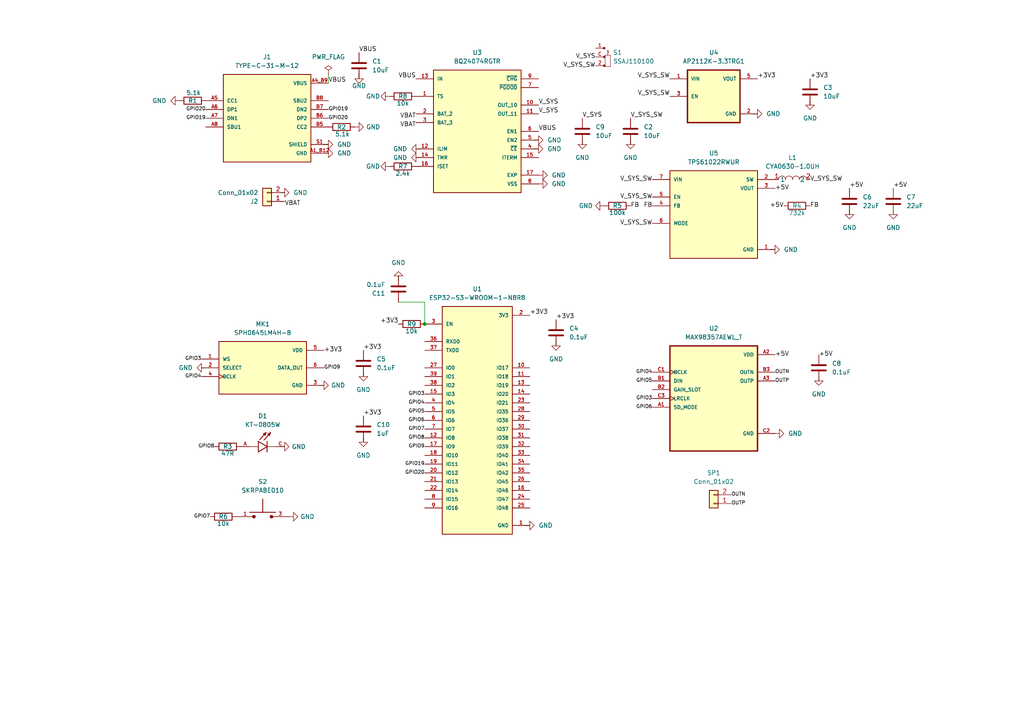
<source format=kicad_sch>
(kicad_sch (version 20250114) (generator "eeschema") (generator_version "9.0")
  (paper "A4")
  (lib_symbols
    (symbol "AP2112K-3.3TRG1:AP2112K-3.3TRG1" (pin_names (offset 1.016))
      (property "Reference" "U" (at -7.663 8.6476 0))
      (property "Value" "AP2112K-3.3TRG1" (at -7.6489 -11.6507 0))
      (symbol "AP2112K-3.3TRG1_0_0"
        (rectangle (start -7.62 -7.62) (end 7.62 7.62) (stroke (width 0.41)) (fill (type background)))
        (pin power_in line (at -12.7 5.08 0) (length 5.08) (name "VIN") (number "1"))
        (pin input line (at -12.7 0 0) (length 5.08) (name "EN") (number "3"))
        (pin power_in line (at 12.7 5.08 180) (length 5.08) (name "VOUT") (number "5"))
        (pin power_in line (at 12.7 -5.08 180) (length 5.08) (name "GND") (number "2"))
      )
    )
    (symbol "BQ24074RGTR:BQ24074RGTR" (pin_names (offset 1.016))
      (property "Reference" "U" (at -12.7 18.78 0))
      (property "Value" "BQ24074RGTR" (at -12.7 -21.78 0))
      (symbol "BQ24074RGTR_0_0"
        (rectangle (start -12.7 -17.78) (end 12.7 17.78) (stroke (width 0.254)) (fill (type background)))
        (pin input line (at -17.78 15.24 0) (length 5.08) (name "IN") (number "13"))
        (pin input line (at -17.78 10.16 0) (length 5.08) (name "TS") (number "1"))
        (pin bidirectional line (at -17.78 5.08 0) (length 5.08) (name "BAT_2") (number "2"))
        (pin bidirectional line (at -17.78 2.54 0) (length 5.08) (name "BAT_3") (number "3"))
        (pin input line (at -17.78 -5.08 0) (length 5.08) (name "ILIM") (number "12"))
        (pin input line (at -17.78 -7.62 0) (length 5.08) (name "TMR") (number "14"))
        (pin bidirectional line (at -17.78 -10.16 0) (length 5.08) (name "ISET") (number "16"))
        (pin output line (at 17.78 15.24 180) (length 5.08) (name "~{CHG}") (number "9"))
        (pin output line (at 17.78 12.7 180) (length 5.08) (name "~{PGOOD}") (number "7"))
        (pin output line (at 17.78 7.62 180) (length 5.08) (name "OUT_10") (number "10"))
        (pin output line (at 17.78 5.08 180) (length 5.08) (name "OUT_11") (number "11"))
        (pin input line (at 17.78 0 180) (length 5.08) (name "EN1") (number "6"))
        (pin input line (at 17.78 -2.54 180) (length 5.08) (name "EN2") (number "5"))
        (pin input line (at 17.78 -5.08 180) (length 5.08) (name "~{CE}") (number "4"))
        (pin input line (at 17.78 -7.62 180) (length 5.08) (name "ITERM") (number "15"))
        (pin power_in line (at 17.78 -12.7 180) (length 5.08) (name "EXP") (number "17"))
        (pin power_in line (at 17.78 -15.24 180) (length 5.08) (name "VSS") (number "8"))
      )
    )
    (symbol "CYA0630-1.0UH:CYA0630-1.0UH"
      (property "Reference" "L" (at 0 5.08 0))
      (property "Value" "CYA0630-1.0UH" (at 0 -5.08 0))
      (symbol "CYA0630-1.0UH_0_1"
        (arc (start -4.06 -0.01) (mid -2.83 0.99) (end -2.03 0.01))
        (arc (start -2.03 -0.01) (mid -0.8 0.99) (end 0 0.01))
        (arc (start 0 -0.01) (mid 1.23 0.99) (end 2.03 0.01))
        (arc (start 2.03 -0.01) (mid 3.26 0.99) (end 4.06 0.01))
        (pin unspecified line (at -5.08 0 0) (length 1.016) (name "1") (number "1"))
        (pin unspecified line (at 5.08 0 180) (length 1.016) (name "2") (number "2"))
      )
    )
    (symbol "Connector_Generic:Conn_01x02" (pin_names (offset 1.016) (hide yes))
      (property "Reference" "J" (at 0 2.54 0))
      (property "Value" "Conn_01x02" (at 0 -5.08 0))
      (symbol "Conn_01x02_1_1"
        (rectangle (start -1.27 1.27) (end 1.27 -3.81) (stroke (width 0.254)) (fill (type background)))
        (rectangle (start -1.27 0.127) (end 0 -0.127) (stroke (width 0.1524)))
        (rectangle (start -1.27 -2.413) (end 0 -2.667) (stroke (width 0.1524)))
        (pin passive line (at -5.08 0 0) (length 3.81) (name "Pin_1") (number "1"))
        (pin passive line (at -5.08 -2.54 0) (length 3.81) (name "Pin_2") (number "2"))
      )
    )
    (symbol "Device:C" (pin_numbers (hide yes)) (pin_names (offset 0.254))
      (property "Reference" "C" (at 0.635 2.54 0))
      (property "Value" "C" (at 0.635 -2.54 0))
      (symbol "C_0_1"
        (polyline (pts (xy -2.032 0.762) (xy 2.032 0.762)) (stroke (width 0.508)))
        (polyline (pts (xy -2.032 -0.762) (xy 2.032 -0.762)) (stroke (width 0.508)))
      )
      (symbol "C_1_1"
        (pin passive line (at 0 3.81 270) (length 2.794) (name "~") (number "1"))
        (pin passive line (at 0 -3.81 90) (length 2.794) (name "~") (number "2"))
      )
    )
    (symbol "Device:R" (pin_numbers (hide yes)) (pin_names (offset 0))
      (property "Reference" "R" (at 2.032 0 90))
      (property "Value" "R" (at 0 0 90))
      (symbol "R_0_1"
        (rectangle (start -1.016 -2.54) (end 1.016 2.54) (stroke (width 0.254)))
      )
      (symbol "R_1_1"
        (pin passive line (at 0 3.81 270) (length 1.27) (name "~") (number "1"))
        (pin passive line (at 0 -3.81 90) (length 1.27) (name "~") (number "2"))
      )
    )
    (symbol "ESP32-S3-WROOM-1-N8R8:ESP32-S3-WROOM-1-N8R8" (pin_names (offset 1.016))
      (property "Reference" "U" (at -10.16 34.1122 0))
      (property "Value" "ESP32-S3-WROOM-1-N8R8" (at -10.16 -35.56 0))
      (symbol "ESP32-S3-WROOM-1-N8R8_0_0"
        (rectangle (start -10.16 -33.02) (end 10.16 33.02) (stroke (width 0.254)) (fill (type background)))
        (pin input line (at -15.24 27.94 0) (length 5.08) (name "EN") (number "3"))
        (pin bidirectional line (at -15.24 22.86 0) (length 5.08) (name "RXD0") (number "36"))
        (pin bidirectional line (at -15.24 20.32 0) (length 5.08) (name "TXD0") (number "37"))
        (pin bidirectional line (at -15.24 15.24 0) (length 5.08) (name "IO0") (number "27"))
        (pin bidirectional line (at -15.24 12.7 0) (length 5.08) (name "IO1") (number "39"))
        (pin bidirectional line (at -15.24 10.16 0) (length 5.08) (name "IO2") (number "38"))
        (pin bidirectional line (at -15.24 7.62 0) (length 5.08) (name "IO3") (number "15"))
        (pin bidirectional line (at -15.24 5.08 0) (length 5.08) (name "IO4") (number "4"))
        (pin bidirectional line (at -15.24 2.54 0) (length 5.08) (name "IO5") (number "5"))
        (pin bidirectional line (at -15.24 0 0) (length 5.08) (name "IO6") (number "6"))
        (pin bidirectional line (at -15.24 -2.54 0) (length 5.08) (name "IO7") (number "7"))
        (pin bidirectional line (at -15.24 -5.08 0) (length 5.08) (name "IO8") (number "12"))
        (pin bidirectional line (at -15.24 -7.62 0) (length 5.08) (name "IO9") (number "17"))
        (pin bidirectional line (at -15.24 -10.16 0) (length 5.08) (name "IO10") (number "18"))
        (pin bidirectional line (at -15.24 -12.7 0) (length 5.08) (name "IO11") (number "19"))
        (pin bidirectional line (at -15.24 -15.24 0) (length 5.08) (name "IO12") (number "20"))
        (pin bidirectional line (at -15.24 -17.78 0) (length 5.08) (name "IO13") (number "21"))
        (pin bidirectional line (at -15.24 -20.32 0) (length 5.08) (name "IO14") (number "22"))
        (pin bidirectional line (at -15.24 -22.86 0) (length 5.08) (name "IO15") (number "8"))
        (pin bidirectional line (at -15.24 -25.4 0) (length 5.08) (name "IO16") (number "9"))
        (pin power_in line (at 15.24 30.48 180) (length 5.08) (name "3V3") (number "2"))
        (pin bidirectional line (at 15.24 15.24 180) (length 5.08) (name "IO17") (number "10"))
        (pin bidirectional line (at 15.24 12.7 180) (length 5.08) (name "IO18") (number "11"))
        (pin bidirectional line (at 15.24 10.16 180) (length 5.08) (name "IO19") (number "13"))
        (pin bidirectional line (at 15.24 7.62 180) (length 5.08) (name "IO20") (number "14"))
        (pin bidirectional line (at 15.24 5.08 180) (length 5.08) (name "IO21") (number "23"))
        (pin bidirectional line (at 15.24 2.54 180) (length 5.08) (name "IO35") (number "28"))
        (pin bidirectional line (at 15.24 0 180) (length 5.08) (name "IO36") (number "29"))
        (pin bidirectional line (at 15.24 -2.54 180) (length 5.08) (name "IO37") (number "30"))
        (pin bidirectional line (at 15.24 -5.08 180) (length 5.08) (name "IO38") (number "31"))
        (pin bidirectional line (at 15.24 -7.62 180) (length 5.08) (name "IO39") (number "32"))
        (pin bidirectional line (at 15.24 -10.16 180) (length 5.08) (name "IO40") (number "33"))
        (pin bidirectional line (at 15.24 -12.7 180) (length 5.08) (name "IO41") (number "34"))
        (pin bidirectional line (at 15.24 -15.24 180) (length 5.08) (name "IO42") (number "35"))
        (pin bidirectional line (at 15.24 -17.78 180) (length 5.08) (name "IO45") (number "26"))
        (pin bidirectional line (at 15.24 -20.32 180) (length 5.08) (name "IO46") (number "16"))
        (pin bidirectional line (at 15.24 -22.86 180) (length 5.08) (name "IO47") (number "24"))
        (pin bidirectional line (at 15.24 -25.4 180) (length 5.08) (name "IO48") (number "25"))
        (pin power_in line (at 15.24 -30.48 180) (length 5.08) (name "GND") (number "1"))
        (pin power_in line (at 15.24 -30.48 180) (length 5.08) (hide yes) (name "GND") (number "40"))
        (pin power_in line (at 15.24 -30.48 180) (length 5.08) (hide yes) (name "GND") (number "41_1"))
        (pin power_in line (at 15.24 -30.48 180) (length 5.08) (hide yes) (name "GND") (number "41_2"))
        (pin power_in line (at 15.24 -30.48 180) (length 5.08) (hide yes) (name "GND") (number "41_3"))
        (pin power_in line (at 15.24 -30.48 180) (length 5.08) (hide yes) (name "GND") (number "41_4"))
        (pin power_in line (at 15.24 -30.48 180) (length 5.08) (hide yes) (name "GND") (number "41_5"))
        (pin power_in line (at 15.24 -30.48 180) (length 5.08) (hide yes) (name "GND") (number "41_6"))
        (pin power_in line (at 15.24 -30.48 180) (length 5.08) (hide yes) (name "GND") (number "41_7"))
        (pin power_in line (at 15.24 -30.48 180) (length 5.08) (hide yes) (name "GND") (number "41_8"))
        (pin power_in line (at 15.24 -30.48 180) (length 5.08) (hide yes) (name "GND") (number "41_9"))
      )
    )
    (symbol "KT-0805W:KT-0805W" (pin_names (offset 1.016))
      (property "Reference" "D" (at -3.556 4.4958 0))
      (property "Value" "KT-0805W" (at -3.556 -3.302 0))
      (symbol "KT-0805W_0_0"
        (polyline (pts (xy -2.54 1.524) (xy -2.54 0)) (stroke (width 0.254)))
        (polyline (pts (xy -2.54 0) (xy -5.08 0)) (stroke (width 0.1524)))
        (polyline (pts (xy -2.54 0) (xy -2.54 -1.524)) (stroke (width 0.254)))
        (polyline (pts (xy -2.54 -1.524) (xy 0 0)) (stroke (width 0.254)))
        (polyline (pts (xy -1.143 3.683) (xy -0.5715 3.175) (xy -0.1905 4.191) (xy -1.143 3.683)) (stroke (width 0.1524)) (fill (type outline)))
        (polyline (pts (xy -0.3556 4.0386) (xy -2.1336 2.0066)) (stroke (width 0.254)))
        (polyline (pts (xy 0 1.524) (xy 0 0)) (stroke (width 0.254)))
        (polyline (pts (xy 0 0) (xy -2.54 1.524)) (stroke (width 0.254)))
        (polyline (pts (xy 0 0) (xy 0 -1.524)) (stroke (width 0.254)))
        (polyline (pts (xy 0.127 3.6195) (xy 0.6985 3.1115) (xy 1.0795 4.191) (xy 0.127 3.6195)) (stroke (width 0.1524)) (fill (type outline)))
        (polyline (pts (xy 0.889 3.937) (xy -0.889 1.905)) (stroke (width 0.254)))
        (polyline (pts (xy 2.54 0) (xy 0 0)) (stroke (width 0.1524)))
        (pin passive line (at -7.62 0 0) (length 2.54) (name "~") (number "A"))
        (pin passive line (at 5.08 0 180) (length 2.54) (name "~") (number "C"))
      )
    )
    (symbol "MAX98357AEWL_T:MAX98357AEWL_T" (pin_names (offset 1.016))
      (property "Reference" "U" (at -12.7 16.24 0))
      (property "Value" "MAX98357AEWL_T" (at -12.7 -19.24 0))
      (symbol "MAX98357AEWL_T_0_0"
        (rectangle (start -12.7 -15.24) (end 12.7 15.24) (stroke (width 0.41)) (fill (type background)))
        (pin input clock (at -17.78 7.62 0) (length 5.08) (name "BCLK") (number "C1"))
        (pin input line (at -17.78 5.08 0) (length 5.08) (name "DIN") (number "B1"))
        (pin input line (at -17.78 2.54 0) (length 5.08) (name "GAIN_SLOT") (number "B2"))
        (pin input clock (at -17.78 0 0) (length 5.08) (name "LRCLK") (number "C3"))
        (pin input line (at -17.78 -2.54 0) (length 5.08) (name "SD_MODE") (number "A1"))
        (pin power_in line (at 17.78 12.7 180) (length 5.08) (name "VDD") (number "A2"))
        (pin output line (at 17.78 7.62 180) (length 5.08) (name "OUTN") (number "B3"))
        (pin output line (at 17.78 5.08 180) (length 5.08) (name "OUTP") (number "A3"))
        (pin power_in line (at 17.78 -10.16 180) (length 5.08) (name "GND") (number "C2"))
      )
    )
    (symbol "SKRPABE010:SKRPABE010" (pin_names (offset 1.016))
      (property "Reference" "S" (at -5.08 6.35 0))
      (property "Value" "SKRPABE010" (at -5.08 -5.08 0))
      (symbol "SKRPABE010_0_0"
        (polyline (pts (xy -3.81 1.27) (xy 0 1.27)) (stroke (width 0.254)))
        (circle (center -2.54 0) (radius 0.254) (stroke (width 0.508)))
        (polyline (pts (xy 0 1.27) (xy 0 5.08)) (stroke (width 0.254)))
        (polyline (pts (xy 0 1.27) (xy 3.81 1.27)) (stroke (width 0.254)))
        (circle (center 2.54 0) (radius 0.254) (stroke (width 0.508)))
        (pin passive line (at -7.62 0 0) (length 5.08) (name "~") (number "1"))
        (pin passive line (at -7.62 0 0) (length 5.08) (hide yes) (name "~") (number "2"))
        (pin passive line (at 7.62 0 180) (length 5.08) (name "~") (number "3"))
        (pin passive line (at 7.62 0 180) (length 5.08) (hide yes) (name "~") (number "4"))
      )
    )
    (symbol "SPH0645LM4H-B:SPH0645LM4H-B" (pin_names (offset 1.016))
      (property "Reference" "MK" (at -12.7399 8.1466 0))
      (property "Value" "SPH0645LM4H-B" (at -12.7473 -10.1926 0))
      (symbol "SPH0645LM4H-B_0_0"
        (rectangle (start -12.7 -7.62) (end 12.7 7.62) (stroke (width 0.254)) (fill (type background)))
        (pin input line (at -17.78 2.54 0) (length 5.08) (name "WS") (number "1"))
        (pin input line (at -17.78 0 0) (length 5.08) (name "SELECT") (number "2"))
        (pin input clock (at -17.78 -2.54 0) (length 5.08) (name "BCLK") (number "4"))
        (pin power_in line (at 17.78 5.08 180) (length 5.08) (name "VDD") (number "5"))
        (pin output line (at 17.78 0 180) (length 5.08) (name "DATA_OUT") (number "6"))
        (pin power_in line (at 17.78 -5.08 180) (length 5.08) (name "GND") (number "3"))
      )
    )
    (symbol "SSAJ110100:SSAJ110100" (pin_names (offset 1.016))
      (property "Reference" "S" (at -2.5432 5.08 0))
      (property "Value" "SSAJ110100" (at -2.5411 -5.7158 0))
      (symbol "SSAJ110100_0_0"
        (circle (center 0 2.54) (radius 0.2) (stroke (width 0.3)))
        (circle (center 0 0) (radius 0.2) (stroke (width 0.3)))
        (circle (center 0 -2.54) (radius 0.2) (stroke (width 0.3)))
        (polyline (pts (xy 0.254 0.508) (xy 0.254 -2.794)) (stroke (width 0.127)))
        (polyline (pts (xy 0.254 0.508) (xy 1.778 0.508)) (stroke (width 0.127)))
        (polyline (pts (xy 1.016 2.032) (xy 1.27 1.27)) (stroke (width 0.127)))
        (polyline (pts (xy 1.016 1.27) (xy 1.016 2.032)) (stroke (width 0.127)))
        (polyline (pts (xy 1.016 0.508) (xy 1.016 1.27)) (stroke (width 0.127)))
        (polyline (pts (xy 1.27 1.27) (xy 1.016 1.27)) (stroke (width 0.127)))
        (polyline (pts (xy 1.778 0.508) (xy 1.778 -2.794)) (stroke (width 0.127)))
        (polyline (pts (xy 1.778 -2.794) (xy 0.254 -2.794)) (stroke (width 0.127)))
        (pin passive line (at -2.54 2.54 0) (length 2.54) (name "~") (number "1"))
        (pin passive line (at -2.54 0 0) (length 2.54) (name "~") (number "C"))
        (pin passive line (at -2.54 -2.54 0) (length 2.54) (name "~") (number "2"))
      )
    )
    (symbol "TPS61022RWUR:TPS61022RWUR" (pin_names (offset 1.016))
      (property "Reference" "U" (at -12.7 13.97 0))
      (property "Value" "TPS61022RWUR" (at -12.7 -13.97 0))
      (symbol "TPS61022RWUR_0_0"
        (rectangle (start -12.7 -12.7) (end 12.7 12.7) (stroke (width 0.254)) (fill (type background)))
        (pin input line (at -17.78 10.16 0) (length 5.08) (name "VIN") (number "7"))
        (pin input line (at -17.78 5.08 0) (length 5.08) (name "EN") (number "5"))
        (pin input line (at -17.78 2.54 0) (length 5.08) (name "FB") (number "4"))
        (pin input line (at -17.78 -2.54 0) (length 5.08) (name "MODE") (number "6"))
        (pin output line (at 17.78 10.16 180) (length 5.08) (name "SW") (number "2"))
        (pin output line (at 17.78 7.62 180) (length 5.08) (name "VOUT") (number "3"))
        (pin power_in line (at 17.78 -10.16 180) (length 5.08) (name "GND") (number "1"))
      )
    )
    (symbol "TYPE-C-31-M-12:TYPE-C-31-M-12" (pin_names (offset 1.016))
      (property "Reference" "J" (at -12.7 13.462 0))
      (property "Value" "TYPE-C-31-M-12" (at -12.7 -13.462 0))
      (symbol "TYPE-C-31-M-12_0_0"
        (rectangle (start -12.7 -12.7) (end 12.7 12.7) (stroke (width 0.254)) (fill (type background)))
        (pin bidirectional line (at -17.78 5.08 0) (length 5.08) (name "CC1") (number "A5"))
        (pin bidirectional line (at -17.78 2.54 0) (length 5.08) (name "DP1") (number "A6"))
        (pin bidirectional line (at -17.78 0 0) (length 5.08) (name "DN1") (number "A7"))
        (pin bidirectional line (at -17.78 -2.54 0) (length 5.08) (name "SBU1") (number "A8"))
        (pin power_in line (at 17.78 10.16 180) (length 5.08) (name "VBUS") (number "A4_B9"))
        (pin power_in line (at 17.78 10.16 180) (length 5.08) (hide yes) (name "VBUS") (number "B4_A9"))
        (pin bidirectional line (at 17.78 5.08 180) (length 5.08) (name "SBU2") (number "B8"))
        (pin bidirectional line (at 17.78 2.54 180) (length 5.08) (name "DN2") (number "B7"))
        (pin bidirectional line (at 17.78 0 180) (length 5.08) (name "DP2") (number "B6"))
        (pin bidirectional line (at 17.78 -2.54 180) (length 5.08) (name "CC2") (number "B5"))
        (pin passive line (at 17.78 -7.62 180) (length 5.08) (name "SHIELD") (number "S1"))
        (pin passive line (at 17.78 -7.62 180) (length 5.08) (hide yes) (name "SHIELD") (number "S2"))
        (pin passive line (at 17.78 -7.62 180) (length 5.08) (hide yes) (name "SHIELD") (number "S3"))
        (pin passive line (at 17.78 -7.62 180) (length 5.08) (hide yes) (name "SHIELD") (number "S4"))
        (pin power_in line (at 17.78 -10.16 180) (length 5.08) (name "GND") (number "A1_B12"))
        (pin power_in line (at 17.78 -10.16 180) (length 5.08) (hide yes) (name "GND") (number "B1_A12"))
      )
    )
    (symbol "power:GND" (power) (pin_numbers (hide yes)) (pin_names (offset 0) (hide yes))
      (property "Value" "GND" (at 0 -3.81 0))
      (symbol "GND_0_1"
        (polyline (pts (xy 0 0) (xy 0 -1.27) (xy 1.27 -1.27) (xy 0 -2.54) (xy -1.27 -1.27) (xy 0 -1.27)))
      )
      (symbol "GND_1_1"
        (pin power_in line (at 0 0 270) (length 0) (name "~") (number "1"))
      )
    )
    (symbol "power:PWR_FLAG" (power) (pin_numbers (hide yes)) (pin_names (offset 0) (hide yes))
      (property "Value" "PWR_FLAG" (at 0 3.81 0))
      (symbol "PWR_FLAG_0_0"
        (pin power_out line (at 0 0 90) (length 0) (name "~") (number "1"))
      )
      (symbol "PWR_FLAG_0_1"
        (polyline (pts (xy 0 0) (xy 0 1.27) (xy -1.016 1.905) (xy 0 2.54) (xy 1.016 1.905) (xy 0 1.27)))
      )
    )
  )
  (junction (at 123.19 93.98))
  (wire (pts (xy 115.57 87.63) (xy 123.19 87.63)))
  (wire (pts (xy 92.71 111.76) (xy 93.98 111.76)))
  (wire (pts (xy 161.29 99.06) (xy 161.29 100.33)))
  (wire (pts (xy 93.98 41.91) (xy 95.25 41.91)))
  (wire (pts (xy 154.94 43.18) (xy 156.21 43.18)))
  (wire (pts (xy 223.52 72.39) (xy 224.79 72.39)))
  (wire (pts (xy 121.92 45.72) (xy 120.65 45.72)))
  (wire (pts (xy 121.92 43.18) (xy 120.65 43.18)))
  (wire (pts (xy 218.44 33.02) (xy 219.71 33.02)))
  (wire (pts (xy 168.91 40.64) (xy 168.91 41.91)))
  (wire (pts (xy 237.49 109.22) (xy 237.49 110.49)))
  (wire (pts (xy 81.28 55.88) (xy 82.55 55.88)))
  (wire (pts (xy 81.28 129.54) (xy 82.55 129.54)))
  (wire (pts (xy 182.88 40.64) (xy 182.88 41.91)))
  (wire (pts (xy 95.25 21.59) (xy 95.25 24.13)))
  (wire (pts (xy 246.38 60.96) (xy 246.38 62.23)))
  (wire (pts (xy 105.41 107.95) (xy 105.41 109.22)))
  (wire (pts (xy 104.14 21.59) (xy 104.14 22.86)))
  (wire (pts (xy 59.69 106.68) (xy 58.42 106.68)))
  (wire (pts (xy 259.08 60.96) (xy 259.08 62.23)))
  (wire (pts (xy 115.57 81.28) (xy 115.57 80.01)))
  (wire (pts (xy 152.4 152.4) (xy 153.67 152.4)))
  (wire (pts (xy 105.41 127) (xy 105.41 128.27)))
  (wire (pts (xy 123.19 87.63) (xy 123.19 93.98)))
  (wire (pts (xy 234.95 29.21) (xy 234.95 30.48)))
  (wire (pts (xy 93.98 44.45) (xy 95.25 44.45)))
  (wire (pts (xy 154.94 40.64) (xy 156.21 40.64)))
  (label "V_SYS" (at 156.21 33.02 0))
  (label "GPIO6" (at 189.23 118.11 180) (effects (font (size 1.016 1.016))))
  (label "GPIO19" (at 95.25 31.75 0) (effects (font (size 1.016 1.016))))
  (label "GPIO19" (at 123.19 134.62 180) (effects (font (size 1.016 1.016))))
  (label "FB" (at 189.23 59.69 180))
  (label "+3V3" (at 115.57 93.98 180))
  (label "GPIO4" (at 189.23 107.95 180) (effects (font (size 1.016 1.016))))
  (label "V_SYS_SW" (at 172.72 19.05 180))
  (label "VBUS" (at 95.25 24.13 0))
  (label "VBAT" (at 120.65 35.56 180))
  (label "VBUS" (at 156.21 38.1 0))
  (label "VBAT" (at 120.65 33.02 180))
  (label "+5V" (at 227.33 59.69 180))
  (label "V_SYS_SW" (at 189.23 52.07 180))
  (label "V_SYS_SW" (at 182.88 34.29 0))
  (label "GPIO9" (at 123.19 129.54 180) (effects (font (size 1.016 1.016))))
  (label "GPIO19" (at 59.69 34.29 180) (effects (font (size 1.016 1.016))))
  (label "GPIO20" (at 123.19 137.16 180) (effects (font (size 1.016 1.016))))
  (label "GPIO20" (at 59.69 31.75 180) (effects (font (size 1.016 1.016))))
  (label "GPIO3" (at 123.19 114.3 180) (effects (font (size 1.016 1.016))))
  (label "GPIO8" (at 123.19 127 180) (effects (font (size 1.016 1.016))))
  (label "GPIO5" (at 189.23 110.49 180) (effects (font (size 1.016 1.016))))
  (label "GPIO7" (at 60.96 149.86 180) (effects (font (size 1.016 1.016))))
  (label "FB" (at 234.95 59.69 0))
  (label "V_SYS_SW" (at 194.31 22.86 180))
  (label "+5V" (at 237.49 102.87 0))
  (label "OUTP" (at 212.09 146.05 0) (effects (font (size 1.016 1.016))))
  (label "V_SYS_SW" (at 189.23 64.77 180))
  (label "+3V3" (at 219.71 22.86 0))
  (label "GPIO8" (at 62.23 129.54 180) (effects (font (size 1.016 1.016))))
  (label "VBAT" (at 82.55 58.42 0))
  (label "GPIO7" (at 123.19 124.46 180) (effects (font (size 1.016 1.016))))
  (label "GPIO20" (at 95.25 34.29 0) (effects (font (size 1.016 1.016))))
  (label "V_SYS_SW" (at 234.95 52.07 0))
  (label "+3V3" (at 105.41 101.6 0))
  (label "+3V3" (at 153.67 91.44 0))
  (label "GPIO4" (at 58.42 109.22 180) (effects (font (size 1.016 1.016))))
  (label "+5V" (at 224.79 54.61 0))
  (label "V_SYS" (at 156.21 30.48 0))
  (label "OUTN" (at 212.09 143.51 0) (effects (font (size 1.016 1.016))))
  (label "V_SYS_SW" (at 194.31 27.94 180))
  (label "GPIO9" (at 93.98 106.68 0) (effects (font (size 1.016 1.016))))
  (label "+3V3" (at 105.41 120.65 0))
  (label "+5V" (at 246.38 54.61 0))
  (label "GPIO5" (at 123.19 119.38 180) (effects (font (size 1.016 1.016))))
  (label "+5V" (at 224.79 102.87 0))
  (label "V_SYS" (at 168.91 34.29 0))
  (label "OUTP" (at 224.79 110.49 0) (effects (font (size 1.016 1.016))))
  (label "GPIO3" (at 189.23 115.57 180) (effects (font (size 1.016 1.016))))
  (label "VBUS" (at 104.14 15.24 0))
  (label "GPIO4" (at 123.19 116.84 180) (effects (font (size 1.016 1.016))))
  (label "V_SYS" (at 172.72 16.51 180))
  (label "VBUS" (at 120.65 22.86 180))
  (label "FB" (at 182.88 59.69 0))
  (label "GPIO3" (at 58.42 104.14 180) (effects (font (size 1.016 1.016))))
  (label "GPIO6" (at 123.19 121.92 180) (effects (font (size 1.016 1.016))))
  (label "+3V3" (at 93.98 101.6 0))
  (label "+3V3" (at 161.29 92.71 0))
  (label "+5V" (at 259.08 54.61 0))
  (label "V_SYS_SW" (at 189.23 57.15 180))
  (label "+3V3" (at 234.95 22.86 0))
  (label "OUTN" (at 224.79 107.95 0) (effects (font (size 1.016 1.016))))
  (symbol (lib_id "Device:C") (at 259.08 58.42 0) (unit 1)
    (property "Reference" "C7" (at 262.89 57.1499 0) (effects (justify left)))
    (property "Value" "22uF" (at 262.89 59.6899 0) (effects (justify left)))
    (property "Footprint" "Capacitor_SMD:C_0603_1608Metric" (effects (hide yes)))
    (property "Description" "Unpolarized capacitor" (effects (hide yes)))
  )
  (symbol (lib_id "SSAJ110100:SSAJ110100") (at 175.26 16.51 0) (unit 1)
    (property "Reference" "S1" (at 177.8 15.2399 0) (effects (justify left)))
    (property "Value" "SSAJ110100" (at 177.8 17.7799 0) (effects (justify left)))
    (property "Footprint" "footprints:SW_SSAJ110100" (effects (hide yes)))
    (property "MF" "ALPS" (effects (hide yes)))
    (property "MAXIMUM_PACKAGE_HEIGHT" "0.9 mm" (effects (hide yes)))
    (property "Package" "None" (effects (hide yes)))
    (property "Price" "None" (effects (hide yes)))
    (property "Check_prices" "https://www.snapeda.com/parts/SSAJ110100/ALPS/view-part/?ref=eda" (effects (hide yes)))
    (property "STANDARD" "Manufacturer Recommendations" (effects (hide yes)))
    (property "PARTREV" "N/A" (effects (hide yes)))
    (property "SnapEDA_Link" "https://www.snapeda.com/parts/SSAJ110100/ALPS/view-part/?ref=snap" (effects (hide yes)))
    (property "MP" "SSAJ110100" (effects (hide yes)))
    (property "Purchase-URL" "https://www.snapeda.com/api/url_track_click_mouser/?unipart_id=460564&manufacturer=ALPS&part_name=SSAJ110100&search_term=alpsalpine ssaj110100" (effects (hide yes)))
    (property "Description_1" "Slide Switch • Rating (max.): 10 mA 5 VDC • Poles: 1 • Positions: 2 • Travel : 1.4 mm • Operating direction: Horizontal" (effects (hide yes)))
    (property "MANUFACTURER" "ALPS" (effects (hide yes)))
    (property "Availability" "In Stock" (effects (hide yes)))
    (property "SNAPEDA_PN" "SSAJ110100" (effects (hide yes)))
  )
  (symbol (lib_id "power:GND") (at 121.92 43.18 270) (unit 1)
    (property "Reference" "#PWR028" (effects (hide yes)))
    (property "Value" "GND" (at 118.11 43.1799 90) (effects (justify right)))
    (property "Description" "Power symbol creates a global label with name \"GND\" , ground" (effects (hide yes)))
  )
  (symbol (lib_id "SKRPABE010:SKRPABE010") (at 76.2 149.86 0) (unit 1)
    (property "Reference" "S2" (at 76.2 139.7 0))
    (property "Value" "SKRPABE010" (at 76.2 142.24 0))
    (property "Footprint" "footprints:SW_SKRPABE010" (effects (hide yes)))
    (property "MF" "ALPS" (effects (hide yes)))
    (property "MAXIMUM_PACKAGE_HEIGHT" "2.5 mm" (effects (hide yes)))
    (property "Package" "None" (effects (hide yes)))
    (property "Price" "None" (effects (hide yes)))
    (property "Check_prices" "https://www.snapeda.com/parts/SKRPABE010/ALPS/view-part/?ref=eda" (effects (hide yes)))
    (property "STANDARD" "Manufacturer Recommendations" (effects (hide yes)))
    (property "SnapEDA_Link" "https://www.snapeda.com/parts/SKRPABE010/ALPS/view-part/?ref=snap" (effects (hide yes)))
    (property "MP" "SKRPABE010" (effects (hide yes)))
    (property "Purchase-URL" "https://www.snapeda.com/api/url_track_click_mouser/?unipart_id=652544&manufacturer=ALPS&part_name=SKRPABE010&search_term=skrpabe010" (effects (hide yes)))
    (property "Description_1" "Switch Tactile N.O. SPST Button J-Bend 0.05A 16VDC 1.57N SMD Automotive T/R" (effects (hide yes)))
    (property "Availability" "In Stock" (effects (hide yes)))
    (property "MANUFACTURER" "Alps" (effects (hide yes)))
  )
  (symbol (lib_id "power:GND") (at 154.94 40.64 90) (unit 1)
    (property "Reference" "#PWR033" (effects (hide yes)))
    (property "Value" "GND" (at 158.75 40.6399 90) (effects (justify right)))
    (property "Description" "Power symbol creates a global label with name \"GND\" , ground" (effects (hide yes)))
  )
  (symbol (lib_id "Device:C") (at 182.88 38.1 0) (unit 1)
    (property "Reference" "C2" (at 186.69 36.8299 0) (effects (justify left)))
    (property "Value" "10uF" (at 186.69 39.3699 0) (effects (justify left)))
    (property "Footprint" "Capacitor_SMD:C_0603_1608Metric" (effects (hide yes)))
    (property "Description" "Unpolarized capacitor" (effects (hide yes)))
  )
  (symbol (lib_id "power:GND") (at 175.26 59.69 270) (unit 1)
    (property "Reference" "#PWR018" (effects (hide yes)))
    (property "Value" "GND" (at 171.958 59.69 90) (effects (justify right)))
    (property "Description" "Power symbol creates a global label with name \"GND\" , ground" (effects (hide yes)))
  )
  (symbol (lib_id "power:GND") (at 52.07 29.21 270) (unit 1)
    (property "Reference" "#PWR02" (effects (hide yes)))
    (property "Value" "GND" (at 48.26 29.2099 90) (effects (justify right)))
    (property "Description" "Power symbol creates a global label with name \"GND\" , ground" (effects (hide yes)))
  )
  (symbol (lib_id "Device:R") (at 116.84 27.94 270) (unit 1)
    (property "Reference" "R8" (at 116.84 27.94 90))
    (property "Value" "10k" (at 116.84 29.972 90))
    (property "Footprint" "Resistor_SMD:R_0603_1608Metric" (effects (hide yes)))
    (property "Description" "Resistor" (effects (hide yes)))
  )
  (symbol (lib_id "Device:C") (at 161.29 96.52 0) (unit 1)
    (property "Reference" "C4" (at 165.1 95.2499 0) (effects (justify left)))
    (property "Value" "0.1uF" (at 165.1 97.7899 0) (effects (justify left)))
    (property "Footprint" "Capacitor_SMD:C_0603_1608Metric" (effects (hide yes)))
    (property "Description" "Unpolarized capacitor" (effects (hide yes)))
  )
  (symbol (lib_id "power:GND") (at 121.92 45.72 270) (unit 1)
    (property "Reference" "#PWR027" (effects (hide yes)))
    (property "Value" "GND" (at 118.11 45.7199 90) (effects (justify right)))
    (property "Description" "Power symbol creates a global label with name \"GND\" , ground" (effects (hide yes)))
  )
  (symbol (lib_id "Device:C") (at 234.95 26.67 0) (unit 1)
    (property "Reference" "C3" (at 238.76 25.3999 0) (effects (justify left)))
    (property "Value" "10uF" (at 238.76 27.9399 0) (effects (justify left)))
    (property "Footprint" "Capacitor_SMD:C_0603_1608Metric" (effects (hide yes)))
    (property "Description" "Unpolarized capacitor" (effects (hide yes)))
  )
  (symbol (lib_id "AP2112K-3.3TRG1:AP2112K-3.3TRG1") (at 207.01 27.94 0) (unit 1)
    (property "Reference" "U4" (at 207.01 15.24 0))
    (property "Value" "AP2112K-3.3TRG1" (at 207.01 17.78 0))
    (property "Footprint" "footprints:SOT95P285X140-5N" (effects (hide yes)))
    (property "MF" "Diodes Inc." (effects (hide yes)))
    (property "Description_1" "Voltage Regulators, LDO, 600mA CMOS LDO 50mA 3.3V 250mV | Diodes Inc AP2112K-3.3TRG1" (effects (hide yes)))
    (property "Package" "SOT-753 Diodes Inc." (effects (hide yes)))
    (property "Price" "None" (effects (hide yes)))
    (property "Check_prices" "https://www.snapeda.com/parts/AP2112K-3.3TRG1/Diodes+Inc./view-part/?ref=eda" (effects (hide yes)))
    (property "PARTREV" "2-2" (effects (hide yes)))
    (property "SnapEDA_Link" "https://www.snapeda.com/parts/AP2112K-3.3TRG1/Diodes+Inc./view-part/?ref=snap" (effects (hide yes)))
    (property "MP" "AP2112K-3.3TRG1" (effects (hide yes)))
    (property "Purchase-URL" "https://www.snapeda.com/api/url_track_click_mouser/?unipart_id=454988&manufacturer=Diodes Inc.&part_name=AP2112K-3.3TRG1&search_term=ap2112k-3.3trg1" (effects (hide yes)))
    (property "Availability" "In Stock" (effects (hide yes)))
    (property "MANUFACTURER" "Diodes Inc." (effects (hide yes)))
  )
  (symbol (lib_id "Device:C") (at 168.91 38.1 0) (unit 1)
    (property "Reference" "C9" (at 172.72 36.8299 0) (effects (justify left)))
    (property "Value" "10uF" (at 172.72 39.3699 0) (effects (justify left)))
    (property "Footprint" "Capacitor_SMD:C_0603_1608Metric" (effects (hide yes)))
    (property "Description" "Unpolarized capacitor" (effects (hide yes)))
  )
  (symbol (lib_id "power:GND") (at 81.28 129.54 90) (unit 1)
    (property "Reference" "#PWR020" (effects (hide yes)))
    (property "Value" "GND" (at 84.582 129.54 90) (effects (justify right)))
    (property "Description" "Power symbol creates a global label with name \"GND\" , ground" (effects (hide yes)))
  )
  (symbol (lib_id "Device:R") (at 55.88 29.21 270) (unit 1)
    (property "Reference" "R1" (at 55.88 29.21 90))
    (property "Value" "5.1k" (at 56.134 26.924 90))
    (property "Footprint" "Resistor_SMD:R_0603_1608Metric" (effects (hide yes)))
    (property "Description" "Resistor" (effects (hide yes)))
  )
  (symbol (lib_id "power:GND") (at 223.52 72.39 90) (unit 1)
    (property "Reference" "#PWR013" (effects (hide yes)))
    (property "Value" "GND" (at 227.33 72.3899 90) (effects (justify right)))
    (property "Description" "Power symbol creates a global label with name \"GND\" , ground" (effects (hide yes)))
  )
  (symbol (lib_id "power:GND") (at 218.44 33.02 90) (unit 1)
    (property "Reference" "#PWR04" (effects (hide yes)))
    (property "Value" "GND" (at 222.25 33.0199 90) (effects (justify right)))
    (property "Description" "Power symbol creates a global label with name \"GND\" , ground" (effects (hide yes)))
  )
  (symbol (lib_id "power:GND") (at 156.21 50.8 90) (unit 1)
    (property "Reference" "#PWR012" (effects (hide yes)))
    (property "Value" "GND" (at 160.02 50.7999 90) (effects (justify right)))
    (property "Description" "Power symbol creates a global label with name \"GND\" , ground" (effects (hide yes)))
  )
  (symbol (lib_id "TPS61022RWUR:TPS61022RWUR") (at 207.01 62.23 0) (unit 1)
    (property "Reference" "U5" (at 207.01 44.45 0))
    (property "Value" "TPS61022RWUR" (at 207.01 46.99 0))
    (property "Footprint" "footprints:CONV_TPS61022RWUR" (effects (hide yes)))
    (property "MF" "Texas Instruments" (effects (hide yes)))
    (property "MAXIMUM_PACKAGE_HEIGHT" "1.00mm" (effects (hide yes)))
    (property "Package" "VQFN-HR-7 Texas Instruments" (effects (hide yes)))
    (property "Price" "None" (effects (hide yes)))
    (property "Check_prices" "https://www.snapeda.com/parts/TPS61022RWUR/Texas+Instruments/view-part/?ref=eda" (effects (hide yes)))
    (property "STANDARD" "Manufacturer Recommendations" (effects (hide yes)))
    (property "PARTREV" "4223724/C 02/2018" (effects (hide yes)))
    (property "SnapEDA_Link" "https://www.snapeda.com/parts/TPS61022RWUR/Texas+Instruments/view-part/?ref=snap" (effects (hide yes)))
    (property "MP" "TPS61022RWUR" (effects (hide yes)))
    (property "Description_1" "8-A boost converter with 0.5-V ultra-low input voltage" (effects (hide yes)))
    (property "Availability" "In Stock" (effects (hide yes)))
    (property "MANUFACTURER" "Texas Instruments" (effects (hide yes)))
  )
  (symbol (lib_id "Device:C") (at 105.41 105.41 0) (unit 1)
    (property "Reference" "C5" (at 109.22 104.1399 0) (effects (justify left)))
    (property "Value" "0.1uF" (at 109.22 106.6799 0) (effects (justify left)))
    (property "Footprint" "Capacitor_SMD:C_0603_1608Metric" (effects (hide yes)))
    (property "Description" "Unpolarized capacitor" (effects (hide yes)))
  )
  (symbol (lib_id "power:GND") (at 154.94 43.18 90) (unit 1)
    (property "Reference" "#PWR026" (effects (hide yes)))
    (property "Value" "GND" (at 158.75 43.1799 90) (effects (justify right)))
    (property "Description" "Power symbol creates a global label with name \"GND\" , ground" (effects (hide yes)))
  )
  (symbol (lib_id "power:GND") (at 113.03 48.26 270) (unit 1)
    (property "Reference" "#PWR024" (effects (hide yes)))
    (property "Value" "GND" (at 110.236 48.26 90) (effects (justify right)))
    (property "Description" "Power symbol creates a global label with name \"GND\" , ground" (effects (hide yes)))
  )
  (symbol (lib_id "power:GND") (at 93.98 44.45 90) (unit 1)
    (property "Reference" "#PWR07" (effects (hide yes)))
    (property "Value" "GND" (at 97.79 44.4499 90) (effects (justify right)))
    (property "Description" "Power symbol creates a global label with name \"GND\" , ground" (effects (hide yes)))
  )
  (symbol (lib_id "power:GND") (at 161.29 99.06 0) (unit 1)
    (property "Reference" "#PWR010" (effects (hide yes)))
    (property "Value" "GND" (at 161.29 104.14 0))
    (property "Description" "Power symbol creates a global label with name \"GND\" , ground" (effects (hide yes)))
  )
  (symbol (lib_id "power:GND") (at 115.57 81.28 180) (unit 1)
    (property "Reference" "#PWR031" (effects (hide yes)))
    (property "Value" "GND" (at 115.57 76.2 0))
    (property "Description" "Power symbol creates a global label with name \"GND\" , ground" (effects (hide yes)))
  )
  (symbol (lib_id "SPH0645LM4H-B:SPH0645LM4H-B") (at 76.2 106.68 0) (unit 1)
    (property "Reference" "MK1" (at 76.2 93.98 0))
    (property "Value" "SPH0645LM4H-B" (at 76.2 96.52 0))
    (property "Footprint" "footprints:MIC_SPH0645LM4H-B" (effects (hide yes)))
    (property "MF" "Knowles" (effects (hide yes)))
    (property "DESCRIPTION" "Mic Mems Digital I2s Omni -26db" (effects (hide yes)))
    (property "PACKAGE" "SIP-7 Bourns" (effects (hide yes)))
    (property "PRICE" "None" (effects (hide yes)))
    (property "Package" "None" (effects (hide yes)))
    (property "Check_prices" "https://www.snapeda.com/parts/SPH0645LM4H-B/Knowles/view-part/?ref=eda" (effects (hide yes)))
    (property "Price" "None" (effects (hide yes)))
    (property "SnapEDA_Link" "https://www.snapeda.com/parts/SPH0645LM4H-B/Knowles/view-part/?ref=snap" (effects (hide yes)))
    (property "MP" "SPH0645LM4H-B" (effects (hide yes)))
    (property "Availability" "In Stock" (effects (hide yes)))
    (property "AVAILABILITY" "Unavailable" (effects (hide yes)))
    (property "Description_1" "20 Hz ~ 10 kHz Digital, I2S Microphone MEMS (Silicon) 1.62 V ~ 3.6 V Omnidirectional (-26dB ±3dB @ 94dB SPL) Solder Pads" (effects (hide yes)))
  )
  (symbol (lib_id "TYPE-C-31-M-12:TYPE-C-31-M-12") (at 77.47 34.29 0) (unit 1)
    (property "Reference" "J1" (at 77.47 16.51 0))
    (property "Value" "TYPE-C-31-M-12" (at 77.47 19.05 0))
    (property "Footprint" "footprints:HRO_TYPE-C-31-M-12" (effects (hide yes)))
    (property "MF" "HRO Electronics Co., Ltd." (effects (hide yes)))
    (property "MAXIMUM_PACKAGE_HEIGHT" "3.26 mm" (effects (hide yes)))
    (property "Package" "Package" (effects (hide yes)))
    (property "Price" "None" (effects (hide yes)))
    (property "Check_prices" "https://www.snapeda.com/parts/TYPE-C-31-M-12/HRO+Electronics+Co.%252C+Ltd./view-part/?ref=eda" (effects (hide yes)))
    (property "STANDARD" "Manufacturer Recommendations" (effects (hide yes)))
    (property "PARTREV" "2020.12.08" (effects (hide yes)))
    (property "SnapEDA_Link" "https://www.snapeda.com/parts/TYPE-C-31-M-12/HRO+Electronics+Co.%252C+Ltd./view-part/?ref=snap" (effects (hide yes)))
    (property "MP" "TYPE-C-31-M-12" (effects (hide yes)))
    (property "Description_1" "USB Connectors 24 Receptacle 1 8.94*7.3mm RoHS" (effects (hide yes)))
    (property "SNAPEDA_PN" "TYPE-C-31-M-12" (effects (hide yes)))
    (property "Availability" "Not in stock" (effects (hide yes)))
    (property "MANUFACTURER" "HRO Electronics Co., Ltd." (effects (hide yes)))
  )
  (symbol (lib_id "power:GND") (at 59.69 106.68 270) (unit 1)
    (property "Reference" "#PWR015" (effects (hide yes)))
    (property "Value" "GND" (at 55.88 106.6799 90) (effects (justify right)))
    (property "Description" "Power symbol creates a global label with name \"GND\" , ground" (effects (hide yes)))
  )
  (symbol (lib_id "Device:C") (at 105.41 124.46 0) (unit 1)
    (property "Reference" "C10" (at 109.22 123.1899 0) (effects (justify left)))
    (property "Value" "1uF" (at 109.22 125.7299 0) (effects (justify left)))
    (property "Footprint" "Capacitor_SMD:C_0603_1608Metric" (effects (hide yes)))
    (property "Description" "Unpolarized capacitor" (effects (hide yes)))
  )
  (symbol (lib_id "Device:R") (at 119.38 93.98 270) (unit 1)
    (property "Reference" "R9" (at 119.38 93.98 90))
    (property "Value" "10k" (at 119.38 96.012 90))
    (property "Footprint" "Resistor_SMD:R_0603_1608Metric" (effects (hide yes)))
    (property "Description" "Resistor" (effects (hide yes)))
  )
  (symbol (lib_id "power:GND") (at 168.91 40.64 0) (unit 1)
    (property "Reference" "#PWR029" (effects (hide yes)))
    (property "Value" "GND" (at 168.91 45.72 0))
    (property "Description" "Power symbol creates a global label with name \"GND\" , ground" (effects (hide yes)))
  )
  (symbol (lib_id "Device:R") (at 116.84 48.26 270) (unit 1)
    (property "Reference" "R7" (at 116.84 48.26 90))
    (property "Value" "2.4k" (at 116.84 50.292 90))
    (property "Footprint" "Resistor_SMD:R_0603_1608Metric" (effects (hide yes)))
    (property "Description" "Resistor" (effects (hide yes)))
  )
  (symbol (lib_id "power:GND") (at 152.4 152.4 90) (unit 1)
    (property "Reference" "#PWR01" (effects (hide yes)))
    (property "Value" "GND" (at 156.21 152.3999 90) (effects (justify right)))
    (property "Description" "Power symbol creates a global label with name \"GND\" , ground" (effects (hide yes)))
  )
  (symbol (lib_id "Device:C") (at 237.49 106.68 0) (unit 1)
    (property "Reference" "C8" (at 241.3 105.4099 0) (effects (justify left)))
    (property "Value" "0.1uF" (at 241.3 107.9499 0) (effects (justify left)))
    (property "Footprint" "Capacitor_SMD:C_0603_1608Metric" (effects (hide yes)))
    (property "Description" "Unpolarized capacitor" (effects (hide yes)))
  )
  (symbol (lib_id "Connector_Generic:Conn_01x02") (at 77.47 58.42 180) (unit 1)
    (property "Reference" "J2" (at 74.93 58.4201 0) (effects (justify left)))
    (property "Value" "Conn_01x02" (at 74.93 55.8801 0) (effects (justify left)))
    (property "Footprint" "Connector_PinHeader_2.54mm:PinHeader_1x02_P2.54mm_Vertical" (effects (hide yes)))
    (property "Description" "Generic connector, single row, 01x02, script generated (kicad-library-utils/schlib/autogen/connector/)" (effects (hide yes)))
  )
  (symbol (lib_id "Device:C") (at 104.14 19.05 0) (unit 1)
    (property "Reference" "C1" (at 107.95 17.7799 0) (effects (justify left)))
    (property "Value" "10uF" (at 107.95 20.3199 0) (effects (justify left)))
    (property "Footprint" "Capacitor_SMD:C_0603_1608Metric" (effects (hide yes)))
    (property "Description" "Unpolarized capacitor" (effects (hide yes)))
  )
  (symbol (lib_id "power:GND") (at 105.41 127 0) (unit 1)
    (property "Reference" "#PWR030" (effects (hide yes)))
    (property "Value" "GND" (at 105.41 132.08 0))
    (property "Description" "Power symbol creates a global label with name \"GND\" , ground" (effects (hide yes)))
  )
  (symbol (lib_id "Device:R") (at 179.07 59.69 270) (unit 1)
    (property "Reference" "R5" (at 179.07 58.928 90) (effects (justify top)))
    (property "Value" "100k" (at 179.07 60.96 90) (effects (justify top)))
    (property "Footprint" "Resistor_SMD:R_0603_1608Metric" (effects (hide yes)))
    (property "Description" "Resistor" (effects (hide yes)))
  )
  (symbol (lib_id "power:GND") (at 105.41 107.95 0) (unit 1)
    (property "Reference" "#PWR019" (effects (hide yes)))
    (property "Value" "GND" (at 105.41 113.03 0))
    (property "Description" "Power symbol creates a global label with name \"GND\" , ground" (effects (hide yes)))
  )
  (symbol (lib_id "KT-0805W:KT-0805W") (at 77.47 129.54 0) (unit 1)
    (property "Reference" "D1" (at 76.2 120.65 0))
    (property "Value" "KT-0805W" (at 76.2 123.19 0))
    (property "Footprint" "footprints:LED_KT-0805W" (effects (hide yes)))
    (property "MF" "Hubei KENTO Elec" (effects (hide yes)))
    (property "MAXIMUM_PACKAGE_HEIGHT" "0.8mm" (effects (hide yes)))
    (property "Package" "Package" (effects (hide yes)))
    (property "Price" "None" (effects (hide yes)))
    (property "Check_prices" "https://www.snapeda.com/parts/KT-0805W/Hubei+KENTO+Elec/view-part/?ref=eda" (effects (hide yes)))
    (property "STANDARD" "Manufacturer Recommendations" (effects (hide yes)))
    (property "PARTREV" "2017.05.16" (effects (hide yes)))
    (property "SnapEDA_Link" "https://www.snapeda.com/parts/KT-0805W/Hubei+KENTO+Elec/view-part/?ref=snap" (effects (hide yes)))
    (property "MP" "KT-0805W" (effects (hide yes)))
    (property "Description_1" "Light Emitting Diodes" (effects (hide yes)))
    (property "Availability" "Not in stock" (effects (hide yes)))
    (property "MANUFACTURER" "Hubei KENTO Elec" (effects (hide yes)))
  )
  (symbol (lib_id "Device:R") (at 231.14 59.69 90) (unit 1)
    (property "Reference" "R4" (at 231.14 60.452 90) (effects (justify top)))
    (property "Value" "732k" (at 231.14 62.484 90) (effects (justify top)))
    (property "Footprint" "Resistor_SMD:R_0603_1608Metric" (effects (hide yes)))
    (property "Description" "Resistor" (effects (hide yes)))
  )
  (symbol (lib_id "power:GND") (at 156.21 53.34 90) (unit 1)
    (property "Reference" "#PWR011" (effects (hide yes)))
    (property "Value" "GND" (at 160.02 53.3399 90) (effects (justify right)))
    (property "Description" "Power symbol creates a global label with name \"GND\" , ground" (effects (hide yes)))
  )
  (symbol (lib_id "power:GND") (at 92.71 111.76 90) (unit 1)
    (property "Reference" "#PWR014" (effects (hide yes)))
    (property "Value" "GND" (at 96.012 111.76 90) (effects (justify right)))
    (property "Description" "Power symbol creates a global label with name \"GND\" , ground" (effects (hide yes)))
  )
  (symbol (lib_id "Device:C") (at 246.38 58.42 0) (unit 1)
    (property "Reference" "C6" (at 250.19 57.1499 0) (effects (justify left)))
    (property "Value" "22uF" (at 250.19 59.6899 0) (effects (justify left)))
    (property "Footprint" "Capacitor_SMD:C_0603_1608Metric" (effects (hide yes)))
    (property "Description" "Unpolarized capacitor" (effects (hide yes)))
  )
  (symbol (lib_id "Connector_Generic:Conn_01x02") (at 207.01 146.05 180) (unit 1)
    (property "Reference" "SP1" (at 207.01 137.16 0))
    (property "Value" "Conn_01x02" (at 207.01 139.7 0))
    (property "Footprint" "Connector_PinHeader_2.54mm:PinHeader_1x02_P2.54mm_Vertical" (effects (hide yes)))
    (property "Description" "Generic connector, single row, 01x02, script generated (kicad-library-utils/schlib/autogen/connector/)" (effects (hide yes)))
  )
  (symbol (lib_id "power:GND") (at 83.82 149.86 90) (unit 1)
    (property "Reference" "#PWR021" (effects (hide yes)))
    (property "Value" "GND" (at 87.122 149.86 90) (effects (justify right)))
    (property "Description" "Power symbol creates a global label with name \"GND\" , ground" (effects (hide yes)))
  )
  (symbol (lib_id "BQ24074RGTR:BQ24074RGTR") (at 138.43 38.1 0) (unit 1)
    (property "Reference" "U3" (at 138.43 15.24 0))
    (property "Value" "BQ24074RGTR" (at 138.43 17.78 0))
    (property "Footprint" "footprints:QFN50P300X300X100-17N" (effects (hide yes)))
    (property "MF" "Texas Instruments" (effects (hide yes)))
    (property "Description_1" "Standalone 1-cell 1.5-A linear battery charger, Power Path, 4.2-V VBAT, 10.5-V OVP and 4.4-V VOUT" (effects (hide yes)))
    (property "Package" "VQFN-16 Texas Instruments" (effects (hide yes)))
    (property "Price" "None" (effects (hide yes)))
    (property "Check_prices" "https://www.snapeda.com/parts/BQ24074RGTR/Texas+Instruments/view-part/?ref=eda" (effects (hide yes)))
    (property "MAXIMUM_PACKAGE_HIEGHT" "1mm" (effects (hide yes)))
    (property "STANDARD" "IPC 7351B" (effects (hide yes)))
    (property "PARTREV" "M" (effects (hide yes)))
    (property "SnapEDA_Link" "https://www.snapeda.com/parts/BQ24074RGTR/Texas+Instruments/view-part/?ref=snap" (effects (hide yes)))
    (property "MP" "BQ24074RGTR" (effects (hide yes)))
    (property "Purchase-URL" "https://www.snapeda.com/api/url_track_click_mouser/?unipart_id=231063&manufacturer=Texas Instruments&part_name=BQ24074RGTR&search_term=bq24074rgtr" (effects (hide yes)))
    (property "Availability" "In Stock" (effects (hide yes)))
    (property "MANUFACTURER" "Texas Instruments" (effects (hide yes)))
  )
  (symbol (lib_id "power:GND") (at 259.08 60.96 0) (unit 1)
    (property "Reference" "#PWR017" (effects (hide yes)))
    (property "Value" "GND" (at 259.08 66.04 0))
    (property "Description" "Power symbol creates a global label with name \"GND\" , ground" (effects (hide yes)))
  )
  (symbol (lib_id "MAX98357AEWL_T:MAX98357AEWL_T") (at 207.01 115.57 0) (unit 1)
    (property "Reference" "U2" (at 207.01 95.25 0))
    (property "Value" "MAX98357AEWL_T" (at 207.01 97.79 0))
    (property "Footprint" "footprints:BGA9N40P3X3_134X143X69N" (effects (hide yes)))
    (property "MF" "Analog Devices" (effects (hide yes)))
    (property "Description_1" "Tiny, Low-Cost, PCM Class D Amplifier with Class AB Performance" (effects (hide yes)))
    (property "Package" "WLP-9 Maxim" (effects (hide yes)))
    (property "Price" "None" (effects (hide yes)))
    (property "SnapEDA_Link" "https://www.snapeda.com/parts/MAX98357AEWL+T/Analog+Devices/view-part/?ref=snap" (effects (hide yes)))
    (property "MP" "MAX98357AEWL+T" (effects (hide yes)))
    (property "Purchase-URL" "https://www.snapeda.com/api/url_track_click_mouser/?unipart_id=229144&manufacturer=Analog Devices&part_name=MAX98357AEWL+T&search_term=max98357aewl+t" (effects (hide yes)))
    (property "Availability" "In Stock" (effects (hide yes)))
    (property "Check_prices" "https://www.snapeda.com/parts/MAX98357AEWL+T/Analog+Devices/view-part/?ref=eda" (effects (hide yes)))
  )
  (symbol (lib_id "power:GND") (at 113.03 27.94 270) (unit 1)
    (property "Reference" "#PWR025" (effects (hide yes)))
    (property "Value" "GND" (at 110.236 27.94 90) (effects (justify right)))
    (property "Description" "Power symbol creates a global label with name \"GND\" , ground" (effects (hide yes)))
  )
  (symbol (lib_id "power:PWR_FLAG") (at 95.25 21.59 0) (unit 1)
    (property "Reference" "#FLG01" (effects (hide yes)))
    (property "Value" "PWR_FLAG" (at 95.25 16.51 0))
    (property "Description" "Special symbol for telling ERC where power comes from" (effects (hide yes)))
  )
  (symbol (lib_id "CYA0630-1.0UH:CYA0630-1.0UH") (at 229.87 52.07 0) (unit 1)
    (property "Reference" "L1" (at 229.87 45.72 0))
    (property "Value" "CYA0630-1.0UH" (at 229.87 48.26 0))
    (property "Footprint" "footprints:IND-SMD_L7.2-W6.6_GPSR0730" (effects (hide yes)))
    (property "LCSC Part" "C5189744" (effects (hide yes)))
  )
  (symbol (lib_id "Device:R") (at 66.04 129.54 270) (unit 1)
    (property "Reference" "R3" (at 66.04 128.778 90) (effects (justify top)))
    (property "Value" "47R" (at 66.04 130.81 90) (effects (justify top)))
    (property "Footprint" "Resistor_SMD:R_0603_1608Metric" (effects (hide yes)))
    (property "Description" "Resistor" (effects (hide yes)))
  )
  (symbol (lib_id "Device:C") (at 115.57 83.82 180) (unit 1)
    (property "Reference" "C11" (at 111.76 85.0901 0) (effects (justify left)))
    (property "Value" "0.1uF" (at 111.76 82.5501 0) (effects (justify left)))
    (property "Footprint" "Capacitor_SMD:C_0603_1608Metric" (effects (hide yes)))
    (property "Description" "Unpolarized capacitor" (effects (hide yes)))
  )
  (symbol (lib_id "power:GND") (at 182.88 40.64 0) (unit 1)
    (property "Reference" "#PWR03" (effects (hide yes)))
    (property "Value" "GND" (at 182.88 45.72 0))
    (property "Description" "Power symbol creates a global label with name \"GND\" , ground" (effects (hide yes)))
  )
  (symbol (lib_id "power:GND") (at 246.38 60.96 0) (unit 1)
    (property "Reference" "#PWR016" (effects (hide yes)))
    (property "Value" "GND" (at 246.38 66.04 0))
    (property "Description" "Power symbol creates a global label with name \"GND\" , ground" (effects (hide yes)))
  )
  (symbol (lib_id "power:GND") (at 93.98 41.91 90) (unit 1)
    (property "Reference" "#PWR032" (effects (hide yes)))
    (property "Value" "GND" (at 97.79 41.9099 90) (effects (justify right)))
    (property "Description" "Power symbol creates a global label with name \"GND\" , ground" (effects (hide yes)))
  )
  (symbol (lib_id "power:GND") (at 81.28 55.88 90) (unit 1)
    (property "Reference" "#PWR06" (effects (hide yes)))
    (property "Value" "GND" (at 85.09 55.8801 90) (effects (justify right)))
    (property "Description" "Power symbol creates a global label with name \"GND\" , ground" (effects (hide yes)))
  )
  (symbol (lib_id "power:GND") (at 237.49 109.22 0) (unit 1)
    (property "Reference" "#PWR022" (effects (hide yes)))
    (property "Value" "GND" (at 237.49 114.3 0))
    (property "Description" "Power symbol creates a global label with name \"GND\" , ground" (effects (hide yes)))
  )
  (symbol (lib_id "Device:R") (at 64.77 149.86 270) (unit 1)
    (property "Reference" "R6" (at 64.77 149.098 90) (effects (justify top)))
    (property "Value" "10k" (at 64.77 151.13 90) (effects (justify top)))
    (property "Footprint" "Resistor_SMD:R_0603_1608Metric" (effects (hide yes)))
    (property "Description" "Resistor" (effects (hide yes)))
  )
  (symbol (lib_id "power:GND") (at 224.79 125.73 90) (unit 1)
    (property "Reference" "#PWR023" (effects (hide yes)))
    (property "Value" "GND" (at 228.6 125.7299 90) (effects (justify right)))
    (property "Description" "Power symbol creates a global label with name \"GND\" , ground" (effects (hide yes)))
  )
  (symbol (lib_id "ESP32-S3-WROOM-1-N8R8:ESP32-S3-WROOM-1-N8R8") (at 138.43 121.92 0) (unit 1)
    (property "Reference" "U1" (at 138.43 83.82 0))
    (property "Value" "ESP32-S3-WROOM-1-N8R8" (at 138.43 86.36 0))
    (property "Footprint" "footprints:XCVR_ESP32S3WROOM1N8R8" (effects (hide yes)))
    (property "MF" "Espressif Systems" (effects (hide yes)))
    (property "DESCRIPTION" "Bluetooth, WiFi 802.11b/g/n, Bluetooth v5.0 Transceiver Module 2.4GHz PCB Trace Surface Mount" (effects (hide yes)))
    (property "PACKAGE" "SMD-41 Espressif Systems" (effects (hide yes)))
    (property "PRICE" "None" (effects (hide yes)))
    (property "Package" "NON STANDARD Espressif Systems" (effects (hide yes)))
    (property "Check_prices" "https://www.snapeda.com/parts/ESP32-S3-WROOM-1-N8R8/Espressif+Systems/view-part/?ref=eda" (effects (hide yes)))
    (property "Price" "None" (effects (hide yes)))
    (property "SnapEDA_Link" "https://www.snapeda.com/parts/ESP32-S3-WROOM-1-N8R8/Espressif+Systems/view-part/?ref=snap" (effects (hide yes)))
    (property "MP" "ESP32-S3-WROOM-1-N8R8" (effects (hide yes)))
    (property "Purchase-URL" "https://www.snapeda.com/api/url_track_click_mouser/?unipart_id=8936581&manufacturer=Espressif Systems&part_name=ESP32-S3-WROOM-1-N8R8&search_term=esp32-s3-wroom-1" (effects (hide yes)))
    (property "Description_1" "Bluetooth, WiFi 802.11b/g/n, Bluetooth v5.0 Transceiver Module 2.4GHz PCB Trace Surface Mount" (effects (hide yes)))
    (property "Availability" "In Stock" (effects (hide yes)))
    (property "AVAILABILITY" "In Stock" (effects (hide yes)))
    (property "PURCHASE-URL" "https://pricing.snapeda.com/search/part/ESP32S3WROOM1N8R8/?ref=eda" (effects (hide yes)))
  )
  (symbol (lib_id "Device:R") (at 99.06 36.83 90) (unit 1)
    (property "Reference" "R2" (at 99.06 37.592 90) (effects (justify top)))
    (property "Value" "5.1k" (at 99.314 39.624 90) (effects (justify top)))
    (property "Footprint" "Resistor_SMD:R_0603_1608Metric" (effects (hide yes)))
    (property "Description" "Resistor" (effects (hide yes)))
  )
  (symbol (lib_id "power:GND") (at 234.95 29.21 0) (unit 1)
    (property "Reference" "#PWR09" (effects (hide yes)))
    (property "Value" "GND" (at 234.95 34.29 0))
    (property "Description" "Power symbol creates a global label with name \"GND\" , ground" (effects (hide yes)))
  )
  (symbol (lib_id "power:GND") (at 104.14 21.59 0) (unit 1)
    (property "Reference" "#PWR05" (effects (hide yes)))
    (property "Value" "GND" (at 104.14 24.892 0))
    (property "Description" "Power symbol creates a global label with name \"GND\" , ground" (effects (hide yes)))
  )
  (symbol (lib_id "power:GND") (at 102.87 36.83 90) (unit 1)
    (property "Reference" "#PWR08" (effects (hide yes)))
    (property "Value" "GND" (at 106.172 36.83 90) (effects (justify right)))
    (property "Description" "Power symbol creates a global label with name \"GND\" , ground" (effects (hide yes)))
  )
)
</source>
